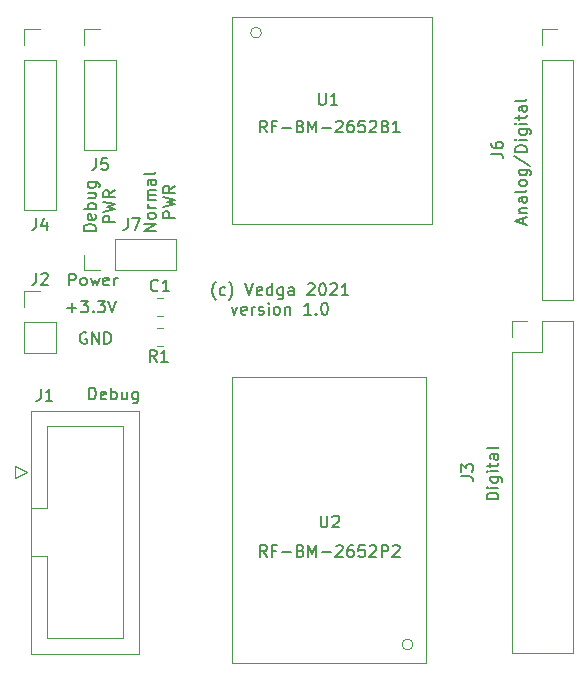
<source format=gbr>
%TF.GenerationSoftware,KiCad,Pcbnew,(5.1.9)-1*%
%TF.CreationDate,2021-03-16T13:01:06+03:00*%
%TF.ProjectId,VedgaZigBee,56656467-615a-4696-9742-65652e6b6963,rev?*%
%TF.SameCoordinates,Original*%
%TF.FileFunction,Legend,Top*%
%TF.FilePolarity,Positive*%
%FSLAX46Y46*%
G04 Gerber Fmt 4.6, Leading zero omitted, Abs format (unit mm)*
G04 Created by KiCad (PCBNEW (5.1.9)-1) date 2021-03-16 13:01:06*
%MOMM*%
%LPD*%
G01*
G04 APERTURE LIST*
%ADD10C,0.150000*%
%ADD11C,0.120000*%
G04 APERTURE END LIST*
D10*
X99957380Y-106568571D02*
X98957380Y-106568571D01*
X99957380Y-105997142D01*
X98957380Y-105997142D01*
X99957380Y-105378095D02*
X99909761Y-105473333D01*
X99862142Y-105520952D01*
X99766904Y-105568571D01*
X99481190Y-105568571D01*
X99385952Y-105520952D01*
X99338333Y-105473333D01*
X99290714Y-105378095D01*
X99290714Y-105235238D01*
X99338333Y-105140000D01*
X99385952Y-105092380D01*
X99481190Y-105044761D01*
X99766904Y-105044761D01*
X99862142Y-105092380D01*
X99909761Y-105140000D01*
X99957380Y-105235238D01*
X99957380Y-105378095D01*
X99957380Y-104616190D02*
X99290714Y-104616190D01*
X99481190Y-104616190D02*
X99385952Y-104568571D01*
X99338333Y-104520952D01*
X99290714Y-104425714D01*
X99290714Y-104330476D01*
X99957380Y-103997142D02*
X99290714Y-103997142D01*
X99385952Y-103997142D02*
X99338333Y-103949523D01*
X99290714Y-103854285D01*
X99290714Y-103711428D01*
X99338333Y-103616190D01*
X99433571Y-103568571D01*
X99957380Y-103568571D01*
X99433571Y-103568571D02*
X99338333Y-103520952D01*
X99290714Y-103425714D01*
X99290714Y-103282857D01*
X99338333Y-103187619D01*
X99433571Y-103140000D01*
X99957380Y-103140000D01*
X99957380Y-102235238D02*
X99433571Y-102235238D01*
X99338333Y-102282857D01*
X99290714Y-102378095D01*
X99290714Y-102568571D01*
X99338333Y-102663809D01*
X99909761Y-102235238D02*
X99957380Y-102330476D01*
X99957380Y-102568571D01*
X99909761Y-102663809D01*
X99814523Y-102711428D01*
X99719285Y-102711428D01*
X99624047Y-102663809D01*
X99576428Y-102568571D01*
X99576428Y-102330476D01*
X99528809Y-102235238D01*
X99957380Y-101616190D02*
X99909761Y-101711428D01*
X99814523Y-101759047D01*
X98957380Y-101759047D01*
X101607380Y-105473333D02*
X100607380Y-105473333D01*
X100607380Y-105092380D01*
X100655000Y-104997142D01*
X100702619Y-104949523D01*
X100797857Y-104901904D01*
X100940714Y-104901904D01*
X101035952Y-104949523D01*
X101083571Y-104997142D01*
X101131190Y-105092380D01*
X101131190Y-105473333D01*
X100607380Y-104568571D02*
X101607380Y-104330476D01*
X100893095Y-104140000D01*
X101607380Y-103949523D01*
X100607380Y-103711428D01*
X101607380Y-102759047D02*
X101131190Y-103092380D01*
X101607380Y-103330476D02*
X100607380Y-103330476D01*
X100607380Y-102949523D01*
X100655000Y-102854285D01*
X100702619Y-102806666D01*
X100797857Y-102759047D01*
X100940714Y-102759047D01*
X101035952Y-102806666D01*
X101083571Y-102854285D01*
X101131190Y-102949523D01*
X101131190Y-103330476D01*
X94877380Y-106568619D02*
X93877380Y-106568619D01*
X93877380Y-106330523D01*
X93925000Y-106187666D01*
X94020238Y-106092428D01*
X94115476Y-106044809D01*
X94305952Y-105997190D01*
X94448809Y-105997190D01*
X94639285Y-106044809D01*
X94734523Y-106092428D01*
X94829761Y-106187666D01*
X94877380Y-106330523D01*
X94877380Y-106568619D01*
X94829761Y-105187666D02*
X94877380Y-105282904D01*
X94877380Y-105473380D01*
X94829761Y-105568619D01*
X94734523Y-105616238D01*
X94353571Y-105616238D01*
X94258333Y-105568619D01*
X94210714Y-105473380D01*
X94210714Y-105282904D01*
X94258333Y-105187666D01*
X94353571Y-105140047D01*
X94448809Y-105140047D01*
X94544047Y-105616238D01*
X94877380Y-104711476D02*
X93877380Y-104711476D01*
X94258333Y-104711476D02*
X94210714Y-104616238D01*
X94210714Y-104425761D01*
X94258333Y-104330523D01*
X94305952Y-104282904D01*
X94401190Y-104235285D01*
X94686904Y-104235285D01*
X94782142Y-104282904D01*
X94829761Y-104330523D01*
X94877380Y-104425761D01*
X94877380Y-104616238D01*
X94829761Y-104711476D01*
X94210714Y-103378142D02*
X94877380Y-103378142D01*
X94210714Y-103806714D02*
X94734523Y-103806714D01*
X94829761Y-103759095D01*
X94877380Y-103663857D01*
X94877380Y-103521000D01*
X94829761Y-103425761D01*
X94782142Y-103378142D01*
X94210714Y-102473380D02*
X95020238Y-102473380D01*
X95115476Y-102521000D01*
X95163095Y-102568619D01*
X95210714Y-102663857D01*
X95210714Y-102806714D01*
X95163095Y-102901952D01*
X94829761Y-102473380D02*
X94877380Y-102568619D01*
X94877380Y-102759095D01*
X94829761Y-102854333D01*
X94782142Y-102901952D01*
X94686904Y-102949571D01*
X94401190Y-102949571D01*
X94305952Y-102901952D01*
X94258333Y-102854333D01*
X94210714Y-102759095D01*
X94210714Y-102568619D01*
X94258333Y-102473380D01*
X96527380Y-105854333D02*
X95527380Y-105854333D01*
X95527380Y-105473380D01*
X95575000Y-105378142D01*
X95622619Y-105330523D01*
X95717857Y-105282904D01*
X95860714Y-105282904D01*
X95955952Y-105330523D01*
X96003571Y-105378142D01*
X96051190Y-105473380D01*
X96051190Y-105854333D01*
X95527380Y-104949571D02*
X96527380Y-104711476D01*
X95813095Y-104521000D01*
X96527380Y-104330523D01*
X95527380Y-104092428D01*
X96527380Y-103140047D02*
X96051190Y-103473380D01*
X96527380Y-103711476D02*
X95527380Y-103711476D01*
X95527380Y-103330523D01*
X95575000Y-103235285D01*
X95622619Y-103187666D01*
X95717857Y-103140047D01*
X95860714Y-103140047D01*
X95955952Y-103187666D01*
X96003571Y-103235285D01*
X96051190Y-103330523D01*
X96051190Y-103711476D01*
X105037619Y-112403333D02*
X104990000Y-112355714D01*
X104894761Y-112212857D01*
X104847142Y-112117619D01*
X104799523Y-111974761D01*
X104751904Y-111736666D01*
X104751904Y-111546190D01*
X104799523Y-111308095D01*
X104847142Y-111165238D01*
X104894761Y-111070000D01*
X104990000Y-110927142D01*
X105037619Y-110879523D01*
X105847142Y-111974761D02*
X105751904Y-112022380D01*
X105561428Y-112022380D01*
X105466190Y-111974761D01*
X105418571Y-111927142D01*
X105370952Y-111831904D01*
X105370952Y-111546190D01*
X105418571Y-111450952D01*
X105466190Y-111403333D01*
X105561428Y-111355714D01*
X105751904Y-111355714D01*
X105847142Y-111403333D01*
X106180476Y-112403333D02*
X106228095Y-112355714D01*
X106323333Y-112212857D01*
X106370952Y-112117619D01*
X106418571Y-111974761D01*
X106466190Y-111736666D01*
X106466190Y-111546190D01*
X106418571Y-111308095D01*
X106370952Y-111165238D01*
X106323333Y-111070000D01*
X106228095Y-110927142D01*
X106180476Y-110879523D01*
X107561428Y-111022380D02*
X107894761Y-112022380D01*
X108228095Y-111022380D01*
X108942380Y-111974761D02*
X108847142Y-112022380D01*
X108656666Y-112022380D01*
X108561428Y-111974761D01*
X108513809Y-111879523D01*
X108513809Y-111498571D01*
X108561428Y-111403333D01*
X108656666Y-111355714D01*
X108847142Y-111355714D01*
X108942380Y-111403333D01*
X108990000Y-111498571D01*
X108990000Y-111593809D01*
X108513809Y-111689047D01*
X109847142Y-112022380D02*
X109847142Y-111022380D01*
X109847142Y-111974761D02*
X109751904Y-112022380D01*
X109561428Y-112022380D01*
X109466190Y-111974761D01*
X109418571Y-111927142D01*
X109370952Y-111831904D01*
X109370952Y-111546190D01*
X109418571Y-111450952D01*
X109466190Y-111403333D01*
X109561428Y-111355714D01*
X109751904Y-111355714D01*
X109847142Y-111403333D01*
X110751904Y-111355714D02*
X110751904Y-112165238D01*
X110704285Y-112260476D01*
X110656666Y-112308095D01*
X110561428Y-112355714D01*
X110418571Y-112355714D01*
X110323333Y-112308095D01*
X110751904Y-111974761D02*
X110656666Y-112022380D01*
X110466190Y-112022380D01*
X110370952Y-111974761D01*
X110323333Y-111927142D01*
X110275714Y-111831904D01*
X110275714Y-111546190D01*
X110323333Y-111450952D01*
X110370952Y-111403333D01*
X110466190Y-111355714D01*
X110656666Y-111355714D01*
X110751904Y-111403333D01*
X111656666Y-112022380D02*
X111656666Y-111498571D01*
X111609047Y-111403333D01*
X111513809Y-111355714D01*
X111323333Y-111355714D01*
X111228095Y-111403333D01*
X111656666Y-111974761D02*
X111561428Y-112022380D01*
X111323333Y-112022380D01*
X111228095Y-111974761D01*
X111180476Y-111879523D01*
X111180476Y-111784285D01*
X111228095Y-111689047D01*
X111323333Y-111641428D01*
X111561428Y-111641428D01*
X111656666Y-111593809D01*
X112847142Y-111117619D02*
X112894761Y-111070000D01*
X112990000Y-111022380D01*
X113228095Y-111022380D01*
X113323333Y-111070000D01*
X113370952Y-111117619D01*
X113418571Y-111212857D01*
X113418571Y-111308095D01*
X113370952Y-111450952D01*
X112799523Y-112022380D01*
X113418571Y-112022380D01*
X114037619Y-111022380D02*
X114132857Y-111022380D01*
X114228095Y-111070000D01*
X114275714Y-111117619D01*
X114323333Y-111212857D01*
X114370952Y-111403333D01*
X114370952Y-111641428D01*
X114323333Y-111831904D01*
X114275714Y-111927142D01*
X114228095Y-111974761D01*
X114132857Y-112022380D01*
X114037619Y-112022380D01*
X113942380Y-111974761D01*
X113894761Y-111927142D01*
X113847142Y-111831904D01*
X113799523Y-111641428D01*
X113799523Y-111403333D01*
X113847142Y-111212857D01*
X113894761Y-111117619D01*
X113942380Y-111070000D01*
X114037619Y-111022380D01*
X114751904Y-111117619D02*
X114799523Y-111070000D01*
X114894761Y-111022380D01*
X115132857Y-111022380D01*
X115228095Y-111070000D01*
X115275714Y-111117619D01*
X115323333Y-111212857D01*
X115323333Y-111308095D01*
X115275714Y-111450952D01*
X114704285Y-112022380D01*
X115323333Y-112022380D01*
X116275714Y-112022380D02*
X115704285Y-112022380D01*
X115990000Y-112022380D02*
X115990000Y-111022380D01*
X115894761Y-111165238D01*
X115799523Y-111260476D01*
X115704285Y-111308095D01*
X106394761Y-113005714D02*
X106632857Y-113672380D01*
X106870952Y-113005714D01*
X107632857Y-113624761D02*
X107537619Y-113672380D01*
X107347142Y-113672380D01*
X107251904Y-113624761D01*
X107204285Y-113529523D01*
X107204285Y-113148571D01*
X107251904Y-113053333D01*
X107347142Y-113005714D01*
X107537619Y-113005714D01*
X107632857Y-113053333D01*
X107680476Y-113148571D01*
X107680476Y-113243809D01*
X107204285Y-113339047D01*
X108109047Y-113672380D02*
X108109047Y-113005714D01*
X108109047Y-113196190D02*
X108156666Y-113100952D01*
X108204285Y-113053333D01*
X108299523Y-113005714D01*
X108394761Y-113005714D01*
X108680476Y-113624761D02*
X108775714Y-113672380D01*
X108966190Y-113672380D01*
X109061428Y-113624761D01*
X109109047Y-113529523D01*
X109109047Y-113481904D01*
X109061428Y-113386666D01*
X108966190Y-113339047D01*
X108823333Y-113339047D01*
X108728095Y-113291428D01*
X108680476Y-113196190D01*
X108680476Y-113148571D01*
X108728095Y-113053333D01*
X108823333Y-113005714D01*
X108966190Y-113005714D01*
X109061428Y-113053333D01*
X109537619Y-113672380D02*
X109537619Y-113005714D01*
X109537619Y-112672380D02*
X109490000Y-112720000D01*
X109537619Y-112767619D01*
X109585238Y-112720000D01*
X109537619Y-112672380D01*
X109537619Y-112767619D01*
X110156666Y-113672380D02*
X110061428Y-113624761D01*
X110013809Y-113577142D01*
X109966190Y-113481904D01*
X109966190Y-113196190D01*
X110013809Y-113100952D01*
X110061428Y-113053333D01*
X110156666Y-113005714D01*
X110299523Y-113005714D01*
X110394761Y-113053333D01*
X110442380Y-113100952D01*
X110490000Y-113196190D01*
X110490000Y-113481904D01*
X110442380Y-113577142D01*
X110394761Y-113624761D01*
X110299523Y-113672380D01*
X110156666Y-113672380D01*
X110918571Y-113005714D02*
X110918571Y-113672380D01*
X110918571Y-113100952D02*
X110966190Y-113053333D01*
X111061428Y-113005714D01*
X111204285Y-113005714D01*
X111299523Y-113053333D01*
X111347142Y-113148571D01*
X111347142Y-113672380D01*
X113109047Y-113672380D02*
X112537619Y-113672380D01*
X112823333Y-113672380D02*
X112823333Y-112672380D01*
X112728095Y-112815238D01*
X112632857Y-112910476D01*
X112537619Y-112958095D01*
X113537619Y-113577142D02*
X113585238Y-113624761D01*
X113537619Y-113672380D01*
X113490000Y-113624761D01*
X113537619Y-113577142D01*
X113537619Y-113672380D01*
X114204285Y-112672380D02*
X114299523Y-112672380D01*
X114394761Y-112720000D01*
X114442380Y-112767619D01*
X114490000Y-112862857D01*
X114537619Y-113053333D01*
X114537619Y-113291428D01*
X114490000Y-113481904D01*
X114442380Y-113577142D01*
X114394761Y-113624761D01*
X114299523Y-113672380D01*
X114204285Y-113672380D01*
X114109047Y-113624761D01*
X114061428Y-113577142D01*
X114013809Y-113481904D01*
X113966190Y-113291428D01*
X113966190Y-113053333D01*
X114013809Y-112862857D01*
X114061428Y-112767619D01*
X114109047Y-112720000D01*
X114204285Y-112672380D01*
X109371476Y-134183380D02*
X109038142Y-133707190D01*
X108800047Y-134183380D02*
X108800047Y-133183380D01*
X109181000Y-133183380D01*
X109276238Y-133231000D01*
X109323857Y-133278619D01*
X109371476Y-133373857D01*
X109371476Y-133516714D01*
X109323857Y-133611952D01*
X109276238Y-133659571D01*
X109181000Y-133707190D01*
X108800047Y-133707190D01*
X110133380Y-133659571D02*
X109800047Y-133659571D01*
X109800047Y-134183380D02*
X109800047Y-133183380D01*
X110276238Y-133183380D01*
X110657190Y-133802428D02*
X111419095Y-133802428D01*
X112228619Y-133659571D02*
X112371476Y-133707190D01*
X112419095Y-133754809D01*
X112466714Y-133850047D01*
X112466714Y-133992904D01*
X112419095Y-134088142D01*
X112371476Y-134135761D01*
X112276238Y-134183380D01*
X111895285Y-134183380D01*
X111895285Y-133183380D01*
X112228619Y-133183380D01*
X112323857Y-133231000D01*
X112371476Y-133278619D01*
X112419095Y-133373857D01*
X112419095Y-133469095D01*
X112371476Y-133564333D01*
X112323857Y-133611952D01*
X112228619Y-133659571D01*
X111895285Y-133659571D01*
X112895285Y-134183380D02*
X112895285Y-133183380D01*
X113228619Y-133897666D01*
X113561952Y-133183380D01*
X113561952Y-134183380D01*
X114038142Y-133802428D02*
X114800047Y-133802428D01*
X115228619Y-133278619D02*
X115276238Y-133231000D01*
X115371476Y-133183380D01*
X115609571Y-133183380D01*
X115704809Y-133231000D01*
X115752428Y-133278619D01*
X115800047Y-133373857D01*
X115800047Y-133469095D01*
X115752428Y-133611952D01*
X115181000Y-134183380D01*
X115800047Y-134183380D01*
X116657190Y-133183380D02*
X116466714Y-133183380D01*
X116371476Y-133231000D01*
X116323857Y-133278619D01*
X116228619Y-133421476D01*
X116181000Y-133611952D01*
X116181000Y-133992904D01*
X116228619Y-134088142D01*
X116276238Y-134135761D01*
X116371476Y-134183380D01*
X116561952Y-134183380D01*
X116657190Y-134135761D01*
X116704809Y-134088142D01*
X116752428Y-133992904D01*
X116752428Y-133754809D01*
X116704809Y-133659571D01*
X116657190Y-133611952D01*
X116561952Y-133564333D01*
X116371476Y-133564333D01*
X116276238Y-133611952D01*
X116228619Y-133659571D01*
X116181000Y-133754809D01*
X117657190Y-133183380D02*
X117181000Y-133183380D01*
X117133380Y-133659571D01*
X117181000Y-133611952D01*
X117276238Y-133564333D01*
X117514333Y-133564333D01*
X117609571Y-133611952D01*
X117657190Y-133659571D01*
X117704809Y-133754809D01*
X117704809Y-133992904D01*
X117657190Y-134088142D01*
X117609571Y-134135761D01*
X117514333Y-134183380D01*
X117276238Y-134183380D01*
X117181000Y-134135761D01*
X117133380Y-134088142D01*
X118085761Y-133278619D02*
X118133380Y-133231000D01*
X118228619Y-133183380D01*
X118466714Y-133183380D01*
X118561952Y-133231000D01*
X118609571Y-133278619D01*
X118657190Y-133373857D01*
X118657190Y-133469095D01*
X118609571Y-133611952D01*
X118038142Y-134183380D01*
X118657190Y-134183380D01*
X119085761Y-134183380D02*
X119085761Y-133183380D01*
X119466714Y-133183380D01*
X119561952Y-133231000D01*
X119609571Y-133278619D01*
X119657190Y-133373857D01*
X119657190Y-133516714D01*
X119609571Y-133611952D01*
X119561952Y-133659571D01*
X119466714Y-133707190D01*
X119085761Y-133707190D01*
X120038142Y-133278619D02*
X120085761Y-133231000D01*
X120181000Y-133183380D01*
X120419095Y-133183380D01*
X120514333Y-133231000D01*
X120561952Y-133278619D01*
X120609571Y-133373857D01*
X120609571Y-133469095D01*
X120561952Y-133611952D01*
X119990523Y-134183380D01*
X120609571Y-134183380D01*
X109371476Y-98242380D02*
X109038142Y-97766190D01*
X108800047Y-98242380D02*
X108800047Y-97242380D01*
X109181000Y-97242380D01*
X109276238Y-97290000D01*
X109323857Y-97337619D01*
X109371476Y-97432857D01*
X109371476Y-97575714D01*
X109323857Y-97670952D01*
X109276238Y-97718571D01*
X109181000Y-97766190D01*
X108800047Y-97766190D01*
X110133380Y-97718571D02*
X109800047Y-97718571D01*
X109800047Y-98242380D02*
X109800047Y-97242380D01*
X110276238Y-97242380D01*
X110657190Y-97861428D02*
X111419095Y-97861428D01*
X112228619Y-97718571D02*
X112371476Y-97766190D01*
X112419095Y-97813809D01*
X112466714Y-97909047D01*
X112466714Y-98051904D01*
X112419095Y-98147142D01*
X112371476Y-98194761D01*
X112276238Y-98242380D01*
X111895285Y-98242380D01*
X111895285Y-97242380D01*
X112228619Y-97242380D01*
X112323857Y-97290000D01*
X112371476Y-97337619D01*
X112419095Y-97432857D01*
X112419095Y-97528095D01*
X112371476Y-97623333D01*
X112323857Y-97670952D01*
X112228619Y-97718571D01*
X111895285Y-97718571D01*
X112895285Y-98242380D02*
X112895285Y-97242380D01*
X113228619Y-97956666D01*
X113561952Y-97242380D01*
X113561952Y-98242380D01*
X114038142Y-97861428D02*
X114800047Y-97861428D01*
X115228619Y-97337619D02*
X115276238Y-97290000D01*
X115371476Y-97242380D01*
X115609571Y-97242380D01*
X115704809Y-97290000D01*
X115752428Y-97337619D01*
X115800047Y-97432857D01*
X115800047Y-97528095D01*
X115752428Y-97670952D01*
X115181000Y-98242380D01*
X115800047Y-98242380D01*
X116657190Y-97242380D02*
X116466714Y-97242380D01*
X116371476Y-97290000D01*
X116323857Y-97337619D01*
X116228619Y-97480476D01*
X116181000Y-97670952D01*
X116181000Y-98051904D01*
X116228619Y-98147142D01*
X116276238Y-98194761D01*
X116371476Y-98242380D01*
X116561952Y-98242380D01*
X116657190Y-98194761D01*
X116704809Y-98147142D01*
X116752428Y-98051904D01*
X116752428Y-97813809D01*
X116704809Y-97718571D01*
X116657190Y-97670952D01*
X116561952Y-97623333D01*
X116371476Y-97623333D01*
X116276238Y-97670952D01*
X116228619Y-97718571D01*
X116181000Y-97813809D01*
X117657190Y-97242380D02*
X117181000Y-97242380D01*
X117133380Y-97718571D01*
X117181000Y-97670952D01*
X117276238Y-97623333D01*
X117514333Y-97623333D01*
X117609571Y-97670952D01*
X117657190Y-97718571D01*
X117704809Y-97813809D01*
X117704809Y-98051904D01*
X117657190Y-98147142D01*
X117609571Y-98194761D01*
X117514333Y-98242380D01*
X117276238Y-98242380D01*
X117181000Y-98194761D01*
X117133380Y-98147142D01*
X118085761Y-97337619D02*
X118133380Y-97290000D01*
X118228619Y-97242380D01*
X118466714Y-97242380D01*
X118561952Y-97290000D01*
X118609571Y-97337619D01*
X118657190Y-97432857D01*
X118657190Y-97528095D01*
X118609571Y-97670952D01*
X118038142Y-98242380D01*
X118657190Y-98242380D01*
X119419095Y-97718571D02*
X119561952Y-97766190D01*
X119609571Y-97813809D01*
X119657190Y-97909047D01*
X119657190Y-98051904D01*
X119609571Y-98147142D01*
X119561952Y-98194761D01*
X119466714Y-98242380D01*
X119085761Y-98242380D01*
X119085761Y-97242380D01*
X119419095Y-97242380D01*
X119514333Y-97290000D01*
X119561952Y-97337619D01*
X119609571Y-97432857D01*
X119609571Y-97528095D01*
X119561952Y-97623333D01*
X119514333Y-97670952D01*
X119419095Y-97718571D01*
X119085761Y-97718571D01*
X120609571Y-98242380D02*
X120038142Y-98242380D01*
X120323857Y-98242380D02*
X120323857Y-97242380D01*
X120228619Y-97385238D01*
X120133380Y-97480476D01*
X120038142Y-97528095D01*
X92638809Y-111196380D02*
X92638809Y-110196380D01*
X93019761Y-110196380D01*
X93115000Y-110244000D01*
X93162619Y-110291619D01*
X93210238Y-110386857D01*
X93210238Y-110529714D01*
X93162619Y-110624952D01*
X93115000Y-110672571D01*
X93019761Y-110720190D01*
X92638809Y-110720190D01*
X93781666Y-111196380D02*
X93686428Y-111148761D01*
X93638809Y-111101142D01*
X93591190Y-111005904D01*
X93591190Y-110720190D01*
X93638809Y-110624952D01*
X93686428Y-110577333D01*
X93781666Y-110529714D01*
X93924523Y-110529714D01*
X94019761Y-110577333D01*
X94067380Y-110624952D01*
X94115000Y-110720190D01*
X94115000Y-111005904D01*
X94067380Y-111101142D01*
X94019761Y-111148761D01*
X93924523Y-111196380D01*
X93781666Y-111196380D01*
X94448333Y-110529714D02*
X94638809Y-111196380D01*
X94829285Y-110720190D01*
X95019761Y-111196380D01*
X95210238Y-110529714D01*
X95972142Y-111148761D02*
X95876904Y-111196380D01*
X95686428Y-111196380D01*
X95591190Y-111148761D01*
X95543571Y-111053523D01*
X95543571Y-110672571D01*
X95591190Y-110577333D01*
X95686428Y-110529714D01*
X95876904Y-110529714D01*
X95972142Y-110577333D01*
X96019761Y-110672571D01*
X96019761Y-110767809D01*
X95543571Y-110863047D01*
X96448333Y-111196380D02*
X96448333Y-110529714D01*
X96448333Y-110720190D02*
X96495952Y-110624952D01*
X96543571Y-110577333D01*
X96638809Y-110529714D01*
X96734047Y-110529714D01*
X94107095Y-115197000D02*
X94011857Y-115149380D01*
X93869000Y-115149380D01*
X93726142Y-115197000D01*
X93630904Y-115292238D01*
X93583285Y-115387476D01*
X93535666Y-115577952D01*
X93535666Y-115720809D01*
X93583285Y-115911285D01*
X93630904Y-116006523D01*
X93726142Y-116101761D01*
X93869000Y-116149380D01*
X93964238Y-116149380D01*
X94107095Y-116101761D01*
X94154714Y-116054142D01*
X94154714Y-115720809D01*
X93964238Y-115720809D01*
X94583285Y-116149380D02*
X94583285Y-115149380D01*
X95154714Y-116149380D01*
X95154714Y-115149380D01*
X95630904Y-116149380D02*
X95630904Y-115149380D01*
X95869000Y-115149380D01*
X96011857Y-115197000D01*
X96107095Y-115292238D01*
X96154714Y-115387476D01*
X96202333Y-115577952D01*
X96202333Y-115720809D01*
X96154714Y-115911285D01*
X96107095Y-116006523D01*
X96011857Y-116101761D01*
X95869000Y-116149380D01*
X95630904Y-116149380D01*
X92488000Y-113101428D02*
X93249904Y-113101428D01*
X92868952Y-113482380D02*
X92868952Y-112720476D01*
X93630857Y-112482380D02*
X94249904Y-112482380D01*
X93916571Y-112863333D01*
X94059428Y-112863333D01*
X94154666Y-112910952D01*
X94202285Y-112958571D01*
X94249904Y-113053809D01*
X94249904Y-113291904D01*
X94202285Y-113387142D01*
X94154666Y-113434761D01*
X94059428Y-113482380D01*
X93773714Y-113482380D01*
X93678476Y-113434761D01*
X93630857Y-113387142D01*
X94678476Y-113387142D02*
X94726095Y-113434761D01*
X94678476Y-113482380D01*
X94630857Y-113434761D01*
X94678476Y-113387142D01*
X94678476Y-113482380D01*
X95059428Y-112482380D02*
X95678476Y-112482380D01*
X95345142Y-112863333D01*
X95488000Y-112863333D01*
X95583238Y-112910952D01*
X95630857Y-112958571D01*
X95678476Y-113053809D01*
X95678476Y-113291904D01*
X95630857Y-113387142D01*
X95583238Y-113434761D01*
X95488000Y-113482380D01*
X95202285Y-113482380D01*
X95107047Y-113434761D01*
X95059428Y-113387142D01*
X95964190Y-112482380D02*
X96297523Y-113482380D01*
X96630857Y-112482380D01*
X94345380Y-120848380D02*
X94345380Y-119848380D01*
X94583476Y-119848380D01*
X94726333Y-119896000D01*
X94821571Y-119991238D01*
X94869190Y-120086476D01*
X94916809Y-120276952D01*
X94916809Y-120419809D01*
X94869190Y-120610285D01*
X94821571Y-120705523D01*
X94726333Y-120800761D01*
X94583476Y-120848380D01*
X94345380Y-120848380D01*
X95726333Y-120800761D02*
X95631095Y-120848380D01*
X95440619Y-120848380D01*
X95345380Y-120800761D01*
X95297761Y-120705523D01*
X95297761Y-120324571D01*
X95345380Y-120229333D01*
X95440619Y-120181714D01*
X95631095Y-120181714D01*
X95726333Y-120229333D01*
X95773952Y-120324571D01*
X95773952Y-120419809D01*
X95297761Y-120515047D01*
X96202523Y-120848380D02*
X96202523Y-119848380D01*
X96202523Y-120229333D02*
X96297761Y-120181714D01*
X96488238Y-120181714D01*
X96583476Y-120229333D01*
X96631095Y-120276952D01*
X96678714Y-120372190D01*
X96678714Y-120657904D01*
X96631095Y-120753142D01*
X96583476Y-120800761D01*
X96488238Y-120848380D01*
X96297761Y-120848380D01*
X96202523Y-120800761D01*
X97535857Y-120181714D02*
X97535857Y-120848380D01*
X97107285Y-120181714D02*
X97107285Y-120705523D01*
X97154904Y-120800761D01*
X97250142Y-120848380D01*
X97393000Y-120848380D01*
X97488238Y-120800761D01*
X97535857Y-120753142D01*
X98440619Y-120181714D02*
X98440619Y-120991238D01*
X98393000Y-121086476D01*
X98345380Y-121134095D01*
X98250142Y-121181714D01*
X98107285Y-121181714D01*
X98012047Y-121134095D01*
X98440619Y-120800761D02*
X98345380Y-120848380D01*
X98154904Y-120848380D01*
X98059666Y-120800761D01*
X98012047Y-120753142D01*
X97964428Y-120657904D01*
X97964428Y-120372190D01*
X98012047Y-120276952D01*
X98059666Y-120229333D01*
X98154904Y-120181714D01*
X98345380Y-120181714D01*
X98440619Y-120229333D01*
X131103666Y-105972904D02*
X131103666Y-105496714D01*
X131389380Y-106068142D02*
X130389380Y-105734809D01*
X131389380Y-105401476D01*
X130722714Y-105068142D02*
X131389380Y-105068142D01*
X130817952Y-105068142D02*
X130770333Y-105020523D01*
X130722714Y-104925285D01*
X130722714Y-104782428D01*
X130770333Y-104687190D01*
X130865571Y-104639571D01*
X131389380Y-104639571D01*
X131389380Y-103734809D02*
X130865571Y-103734809D01*
X130770333Y-103782428D01*
X130722714Y-103877666D01*
X130722714Y-104068142D01*
X130770333Y-104163380D01*
X131341761Y-103734809D02*
X131389380Y-103830047D01*
X131389380Y-104068142D01*
X131341761Y-104163380D01*
X131246523Y-104211000D01*
X131151285Y-104211000D01*
X131056047Y-104163380D01*
X131008428Y-104068142D01*
X131008428Y-103830047D01*
X130960809Y-103734809D01*
X131389380Y-103115761D02*
X131341761Y-103211000D01*
X131246523Y-103258619D01*
X130389380Y-103258619D01*
X131389380Y-102591952D02*
X131341761Y-102687190D01*
X131294142Y-102734809D01*
X131198904Y-102782428D01*
X130913190Y-102782428D01*
X130817952Y-102734809D01*
X130770333Y-102687190D01*
X130722714Y-102591952D01*
X130722714Y-102449095D01*
X130770333Y-102353857D01*
X130817952Y-102306238D01*
X130913190Y-102258619D01*
X131198904Y-102258619D01*
X131294142Y-102306238D01*
X131341761Y-102353857D01*
X131389380Y-102449095D01*
X131389380Y-102591952D01*
X130722714Y-101401476D02*
X131532238Y-101401476D01*
X131627476Y-101449095D01*
X131675095Y-101496714D01*
X131722714Y-101591952D01*
X131722714Y-101734809D01*
X131675095Y-101830047D01*
X131341761Y-101401476D02*
X131389380Y-101496714D01*
X131389380Y-101687190D01*
X131341761Y-101782428D01*
X131294142Y-101830047D01*
X131198904Y-101877666D01*
X130913190Y-101877666D01*
X130817952Y-101830047D01*
X130770333Y-101782428D01*
X130722714Y-101687190D01*
X130722714Y-101496714D01*
X130770333Y-101401476D01*
X130341761Y-100211000D02*
X131627476Y-101068142D01*
X131389380Y-99877666D02*
X130389380Y-99877666D01*
X130389380Y-99639571D01*
X130437000Y-99496714D01*
X130532238Y-99401476D01*
X130627476Y-99353857D01*
X130817952Y-99306238D01*
X130960809Y-99306238D01*
X131151285Y-99353857D01*
X131246523Y-99401476D01*
X131341761Y-99496714D01*
X131389380Y-99639571D01*
X131389380Y-99877666D01*
X131389380Y-98877666D02*
X130722714Y-98877666D01*
X130389380Y-98877666D02*
X130437000Y-98925285D01*
X130484619Y-98877666D01*
X130437000Y-98830047D01*
X130389380Y-98877666D01*
X130484619Y-98877666D01*
X130722714Y-97972904D02*
X131532238Y-97972904D01*
X131627476Y-98020523D01*
X131675095Y-98068142D01*
X131722714Y-98163380D01*
X131722714Y-98306238D01*
X131675095Y-98401476D01*
X131341761Y-97972904D02*
X131389380Y-98068142D01*
X131389380Y-98258619D01*
X131341761Y-98353857D01*
X131294142Y-98401476D01*
X131198904Y-98449095D01*
X130913190Y-98449095D01*
X130817952Y-98401476D01*
X130770333Y-98353857D01*
X130722714Y-98258619D01*
X130722714Y-98068142D01*
X130770333Y-97972904D01*
X131389380Y-97496714D02*
X130722714Y-97496714D01*
X130389380Y-97496714D02*
X130437000Y-97544333D01*
X130484619Y-97496714D01*
X130437000Y-97449095D01*
X130389380Y-97496714D01*
X130484619Y-97496714D01*
X130722714Y-97163380D02*
X130722714Y-96782428D01*
X130389380Y-97020523D02*
X131246523Y-97020523D01*
X131341761Y-96972904D01*
X131389380Y-96877666D01*
X131389380Y-96782428D01*
X131389380Y-96020523D02*
X130865571Y-96020523D01*
X130770333Y-96068142D01*
X130722714Y-96163380D01*
X130722714Y-96353857D01*
X130770333Y-96449095D01*
X131341761Y-96020523D02*
X131389380Y-96115761D01*
X131389380Y-96353857D01*
X131341761Y-96449095D01*
X131246523Y-96496714D01*
X131151285Y-96496714D01*
X131056047Y-96449095D01*
X131008428Y-96353857D01*
X131008428Y-96115761D01*
X130960809Y-96020523D01*
X131389380Y-95401476D02*
X131341761Y-95496714D01*
X131246523Y-95544333D01*
X130389380Y-95544333D01*
X128976380Y-129317476D02*
X127976380Y-129317476D01*
X127976380Y-129079380D01*
X128024000Y-128936523D01*
X128119238Y-128841285D01*
X128214476Y-128793666D01*
X128404952Y-128746047D01*
X128547809Y-128746047D01*
X128738285Y-128793666D01*
X128833523Y-128841285D01*
X128928761Y-128936523D01*
X128976380Y-129079380D01*
X128976380Y-129317476D01*
X128976380Y-128317476D02*
X128309714Y-128317476D01*
X127976380Y-128317476D02*
X128024000Y-128365095D01*
X128071619Y-128317476D01*
X128024000Y-128269857D01*
X127976380Y-128317476D01*
X128071619Y-128317476D01*
X128309714Y-127412714D02*
X129119238Y-127412714D01*
X129214476Y-127460333D01*
X129262095Y-127507952D01*
X129309714Y-127603190D01*
X129309714Y-127746047D01*
X129262095Y-127841285D01*
X128928761Y-127412714D02*
X128976380Y-127507952D01*
X128976380Y-127698428D01*
X128928761Y-127793666D01*
X128881142Y-127841285D01*
X128785904Y-127888904D01*
X128500190Y-127888904D01*
X128404952Y-127841285D01*
X128357333Y-127793666D01*
X128309714Y-127698428D01*
X128309714Y-127507952D01*
X128357333Y-127412714D01*
X128976380Y-126936523D02*
X128309714Y-126936523D01*
X127976380Y-126936523D02*
X128024000Y-126984142D01*
X128071619Y-126936523D01*
X128024000Y-126888904D01*
X127976380Y-126936523D01*
X128071619Y-126936523D01*
X128309714Y-126603190D02*
X128309714Y-126222238D01*
X127976380Y-126460333D02*
X128833523Y-126460333D01*
X128928761Y-126412714D01*
X128976380Y-126317476D01*
X128976380Y-126222238D01*
X128976380Y-125460333D02*
X128452571Y-125460333D01*
X128357333Y-125507952D01*
X128309714Y-125603190D01*
X128309714Y-125793666D01*
X128357333Y-125888904D01*
X128928761Y-125460333D02*
X128976380Y-125555571D01*
X128976380Y-125793666D01*
X128928761Y-125888904D01*
X128833523Y-125936523D01*
X128738285Y-125936523D01*
X128643047Y-125888904D01*
X128595428Y-125793666D01*
X128595428Y-125555571D01*
X128547809Y-125460333D01*
X128976380Y-124841285D02*
X128928761Y-124936523D01*
X128833523Y-124984142D01*
X127976380Y-124984142D01*
D11*
%TO.C,J6*%
X132655000Y-89475000D02*
X133985000Y-89475000D01*
X132655000Y-90805000D02*
X132655000Y-89475000D01*
X132655000Y-92075000D02*
X135315000Y-92075000D01*
X135315000Y-92075000D02*
X135315000Y-112455000D01*
X132655000Y-92075000D02*
X132655000Y-112455000D01*
X132655000Y-112455000D02*
X135315000Y-112455000D01*
%TO.C,J7*%
X93920000Y-109915000D02*
X93920000Y-108585000D01*
X95250000Y-109915000D02*
X93920000Y-109915000D01*
X96520000Y-109915000D02*
X96520000Y-107255000D01*
X96520000Y-107255000D02*
X101660000Y-107255000D01*
X96520000Y-109915000D02*
X101660000Y-109915000D01*
X101660000Y-109915000D02*
X101660000Y-107255000D01*
%TO.C,U1*%
X108915905Y-89789000D02*
G75*
G03*
X108915905Y-89789000I-457905J0D01*
G01*
X123395000Y-88480000D02*
X123395000Y-105990000D01*
X106395000Y-88480000D02*
X106395000Y-105990000D01*
X106395000Y-105990000D02*
X123395000Y-105990000D01*
X123395000Y-88480000D02*
X106395000Y-88480000D01*
%TO.C,C1*%
X100068748Y-112295000D02*
X100591252Y-112295000D01*
X100068748Y-113765000D02*
X100591252Y-113765000D01*
%TO.C,J1*%
X89420000Y-121790000D02*
X98540000Y-121790000D01*
X98540000Y-121790000D02*
X98540000Y-142370000D01*
X98540000Y-142370000D02*
X89420000Y-142370000D01*
X89420000Y-142370000D02*
X89420000Y-121790000D01*
X89420000Y-130030000D02*
X90730000Y-130030000D01*
X90730000Y-130030000D02*
X90730000Y-123090000D01*
X90730000Y-123090000D02*
X97230000Y-123090000D01*
X97230000Y-123090000D02*
X97230000Y-141070000D01*
X97230000Y-141070000D02*
X90730000Y-141070000D01*
X90730000Y-141070000D02*
X90730000Y-134130000D01*
X90730000Y-134130000D02*
X90730000Y-134130000D01*
X90730000Y-134130000D02*
X89420000Y-134130000D01*
X89030000Y-127000000D02*
X88030000Y-126500000D01*
X88030000Y-126500000D02*
X88030000Y-127500000D01*
X88030000Y-127500000D02*
X89030000Y-127000000D01*
%TO.C,J2*%
X88840000Y-116900000D02*
X91500000Y-116900000D01*
X88840000Y-114300000D02*
X88840000Y-116900000D01*
X91500000Y-114300000D02*
X91500000Y-116900000D01*
X88840000Y-114300000D02*
X91500000Y-114300000D01*
X88840000Y-113030000D02*
X88840000Y-111700000D01*
X88840000Y-111700000D02*
X90170000Y-111700000D01*
%TO.C,J3*%
X130115000Y-142300000D02*
X135315000Y-142300000D01*
X130115000Y-116840000D02*
X130115000Y-142300000D01*
X135315000Y-114240000D02*
X135315000Y-142300000D01*
X130115000Y-116840000D02*
X132715000Y-116840000D01*
X132715000Y-116840000D02*
X132715000Y-114240000D01*
X132715000Y-114240000D02*
X135315000Y-114240000D01*
X130115000Y-115570000D02*
X130115000Y-114240000D01*
X130115000Y-114240000D02*
X131445000Y-114240000D01*
%TO.C,J4*%
X88840000Y-104835000D02*
X91500000Y-104835000D01*
X88840000Y-92075000D02*
X88840000Y-104835000D01*
X91500000Y-92075000D02*
X91500000Y-104835000D01*
X88840000Y-92075000D02*
X91500000Y-92075000D01*
X88840000Y-90805000D02*
X88840000Y-89475000D01*
X88840000Y-89475000D02*
X90170000Y-89475000D01*
%TO.C,J5*%
X93920000Y-99755000D02*
X96580000Y-99755000D01*
X93920000Y-92075000D02*
X93920000Y-99755000D01*
X96580000Y-92075000D02*
X96580000Y-99755000D01*
X93920000Y-92075000D02*
X96580000Y-92075000D01*
X93920000Y-90805000D02*
X93920000Y-89475000D01*
X93920000Y-89475000D02*
X95250000Y-89475000D01*
%TO.C,R1*%
X100102936Y-114835000D02*
X100557064Y-114835000D01*
X100102936Y-116305000D02*
X100557064Y-116305000D01*
%TO.C,U2*%
X106440000Y-143173000D02*
X106440000Y-118935000D01*
X122840000Y-143173000D02*
X122840000Y-118935000D01*
X122840000Y-118935000D02*
X106440000Y-118935000D01*
X106440000Y-143173000D02*
X122840000Y-143173000D01*
X121742905Y-141605000D02*
G75*
G03*
X121742905Y-141605000I-457905J0D01*
G01*
%TO.C,J6*%
D10*
X128357380Y-100028333D02*
X129071666Y-100028333D01*
X129214523Y-100075952D01*
X129309761Y-100171190D01*
X129357380Y-100314047D01*
X129357380Y-100409285D01*
X128357380Y-99123571D02*
X128357380Y-99314047D01*
X128405000Y-99409285D01*
X128452619Y-99456904D01*
X128595476Y-99552142D01*
X128785952Y-99599761D01*
X129166904Y-99599761D01*
X129262142Y-99552142D01*
X129309761Y-99504523D01*
X129357380Y-99409285D01*
X129357380Y-99218809D01*
X129309761Y-99123571D01*
X129262142Y-99075952D01*
X129166904Y-99028333D01*
X128928809Y-99028333D01*
X128833571Y-99075952D01*
X128785952Y-99123571D01*
X128738333Y-99218809D01*
X128738333Y-99409285D01*
X128785952Y-99504523D01*
X128833571Y-99552142D01*
X128928809Y-99599761D01*
%TO.C,J7*%
X97583666Y-105497380D02*
X97583666Y-106211666D01*
X97536047Y-106354523D01*
X97440809Y-106449761D01*
X97297952Y-106497380D01*
X97202714Y-106497380D01*
X97964619Y-105497380D02*
X98631285Y-105497380D01*
X98202714Y-106497380D01*
%TO.C,U1*%
X113778095Y-94912380D02*
X113778095Y-95721904D01*
X113825714Y-95817142D01*
X113873333Y-95864761D01*
X113968571Y-95912380D01*
X114159047Y-95912380D01*
X114254285Y-95864761D01*
X114301904Y-95817142D01*
X114349523Y-95721904D01*
X114349523Y-94912380D01*
X115349523Y-95912380D02*
X114778095Y-95912380D01*
X115063809Y-95912380D02*
X115063809Y-94912380D01*
X114968571Y-95055238D01*
X114873333Y-95150476D01*
X114778095Y-95198095D01*
%TO.C,C1*%
X100163333Y-111609142D02*
X100115714Y-111656761D01*
X99972857Y-111704380D01*
X99877619Y-111704380D01*
X99734761Y-111656761D01*
X99639523Y-111561523D01*
X99591904Y-111466285D01*
X99544285Y-111275809D01*
X99544285Y-111132952D01*
X99591904Y-110942476D01*
X99639523Y-110847238D01*
X99734761Y-110752000D01*
X99877619Y-110704380D01*
X99972857Y-110704380D01*
X100115714Y-110752000D01*
X100163333Y-110799619D01*
X101115714Y-111704380D02*
X100544285Y-111704380D01*
X100830000Y-111704380D02*
X100830000Y-110704380D01*
X100734761Y-110847238D01*
X100639523Y-110942476D01*
X100544285Y-110990095D01*
%TO.C,J1*%
X90217666Y-119975380D02*
X90217666Y-120689666D01*
X90170047Y-120832523D01*
X90074809Y-120927761D01*
X89931952Y-120975380D01*
X89836714Y-120975380D01*
X91217666Y-120975380D02*
X90646238Y-120975380D01*
X90931952Y-120975380D02*
X90931952Y-119975380D01*
X90836714Y-120118238D01*
X90741476Y-120213476D01*
X90646238Y-120261095D01*
%TO.C,J2*%
X89836666Y-110152380D02*
X89836666Y-110866666D01*
X89789047Y-111009523D01*
X89693809Y-111104761D01*
X89550952Y-111152380D01*
X89455714Y-111152380D01*
X90265238Y-110247619D02*
X90312857Y-110200000D01*
X90408095Y-110152380D01*
X90646190Y-110152380D01*
X90741428Y-110200000D01*
X90789047Y-110247619D01*
X90836666Y-110342857D01*
X90836666Y-110438095D01*
X90789047Y-110580952D01*
X90217619Y-111152380D01*
X90836666Y-111152380D01*
%TO.C,J3*%
X125817380Y-127333333D02*
X126531666Y-127333333D01*
X126674523Y-127380952D01*
X126769761Y-127476190D01*
X126817380Y-127619047D01*
X126817380Y-127714285D01*
X125817380Y-126952380D02*
X125817380Y-126333333D01*
X126198333Y-126666666D01*
X126198333Y-126523809D01*
X126245952Y-126428571D01*
X126293571Y-126380952D01*
X126388809Y-126333333D01*
X126626904Y-126333333D01*
X126722142Y-126380952D01*
X126769761Y-126428571D01*
X126817380Y-126523809D01*
X126817380Y-126809523D01*
X126769761Y-126904761D01*
X126722142Y-126952380D01*
%TO.C,J4*%
X89836666Y-105497380D02*
X89836666Y-106211666D01*
X89789047Y-106354523D01*
X89693809Y-106449761D01*
X89550952Y-106497380D01*
X89455714Y-106497380D01*
X90741428Y-105830714D02*
X90741428Y-106497380D01*
X90503333Y-105449761D02*
X90265238Y-106164047D01*
X90884285Y-106164047D01*
%TO.C,J5*%
X94916666Y-100417380D02*
X94916666Y-101131666D01*
X94869047Y-101274523D01*
X94773809Y-101369761D01*
X94630952Y-101417380D01*
X94535714Y-101417380D01*
X95869047Y-100417380D02*
X95392857Y-100417380D01*
X95345238Y-100893571D01*
X95392857Y-100845952D01*
X95488095Y-100798333D01*
X95726190Y-100798333D01*
X95821428Y-100845952D01*
X95869047Y-100893571D01*
X95916666Y-100988809D01*
X95916666Y-101226904D01*
X95869047Y-101322142D01*
X95821428Y-101369761D01*
X95726190Y-101417380D01*
X95488095Y-101417380D01*
X95392857Y-101369761D01*
X95345238Y-101322142D01*
%TO.C,R1*%
X100036333Y-117673380D02*
X99703000Y-117197190D01*
X99464904Y-117673380D02*
X99464904Y-116673380D01*
X99845857Y-116673380D01*
X99941095Y-116721000D01*
X99988714Y-116768619D01*
X100036333Y-116863857D01*
X100036333Y-117006714D01*
X99988714Y-117101952D01*
X99941095Y-117149571D01*
X99845857Y-117197190D01*
X99464904Y-117197190D01*
X100988714Y-117673380D02*
X100417285Y-117673380D01*
X100703000Y-117673380D02*
X100703000Y-116673380D01*
X100607761Y-116816238D01*
X100512523Y-116911476D01*
X100417285Y-116959095D01*
%TO.C,U2*%
X113933095Y-130687380D02*
X113933095Y-131496904D01*
X113980714Y-131592142D01*
X114028333Y-131639761D01*
X114123571Y-131687380D01*
X114314047Y-131687380D01*
X114409285Y-131639761D01*
X114456904Y-131592142D01*
X114504523Y-131496904D01*
X114504523Y-130687380D01*
X114933095Y-130782619D02*
X114980714Y-130735000D01*
X115075952Y-130687380D01*
X115314047Y-130687380D01*
X115409285Y-130735000D01*
X115456904Y-130782619D01*
X115504523Y-130877857D01*
X115504523Y-130973095D01*
X115456904Y-131115952D01*
X114885476Y-131687380D01*
X115504523Y-131687380D01*
%TD*%
M02*

</source>
